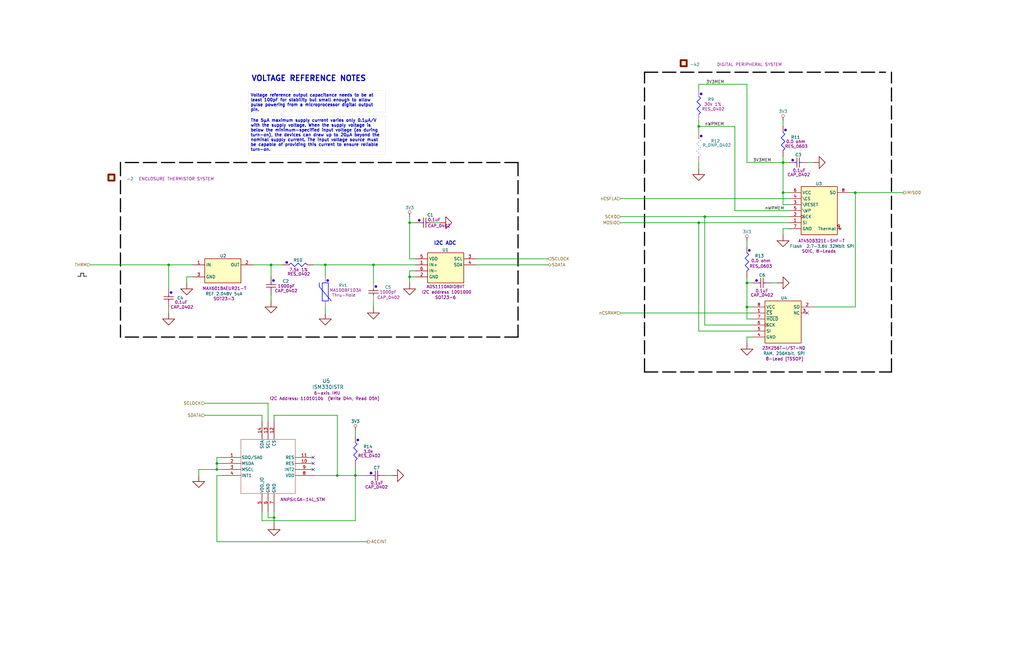
<source format=kicad_sch>
(kicad_sch (version 20231120) (generator "eeschema") (generator_version "8.0")
  (paper "B")
  (title_block (rev "-"))
  (lib_symbols
    (symbol "NNPS Symbols:ISM330ISTR" (pin_names (offset 0.254))
      (property "Reference" "U" (at 3.302 27.686 0))
      (property "Value" "ISM330ISTR" (at 3.048 24.384 0))
      (property "Footprint" "LGA-14L_STM" (at -18.542 -16.256 0))
      (property "Description" "6-axis IMU" (at -19.05 -13.716 0))
      (symbol "ISM330ISTR_0_1"
        (polyline (pts (xy -11.43 -11.43) (xy 11.43 -11.43)) (stroke (width 0.127)))
        (polyline (pts (xy -11.43 11.43) (xy -11.43 -11.43)) (stroke (width 0.127)))
        (polyline (pts (xy 11.43 -11.43) (xy 11.43 11.43)) (stroke (width 0.127)))
        (polyline (pts (xy 11.43 11.43) (xy -11.43 11.43)) (stroke (width 0.127)))
      )
      (symbol "ISM330ISTR_1_1"
        (pin passive line (at -19.05 3.81 0) (length 7.62) (name "SDO/SA0") (number "1"))
        (pin passive line (at 19.05 1.27 180) (length 7.62) (name "RES") (number "10"))
        (pin passive line (at 19.05 3.81 180) (length 7.62) (name "RES") (number "11"))
        (pin passive line (at 2.54 19.05 270) (length 7.62) (name "CS") (number "12"))
        (pin passive line (at 0 19.05 270) (length 7.62) (name "SCL") (number "13"))
        (pin passive line (at -2.54 19.05 270) (length 7.62) (name "SDA") (number "14"))
        (pin passive line (at -19.05 1.27 0) (length 7.62) (name "MSDA") (number "2"))
        (pin passive line (at -19.05 -1.27 0) (length 7.62) (name "MSCL") (number "3"))
        (pin passive line (at -19.05 -3.81 0) (length 7.62) (name "INT1") (number "4"))
        (pin passive line (at -2.54 -19.05 90) (length 7.62) (name "VDD_IO") (number "5"))
        (pin passive line (at 0 -19.05 90) (length 7.62) (name "GND") (number "6"))
        (pin passive line (at 2.54 -19.05 90) (length 7.62) (name "GND") (number "7"))
        (pin passive line (at 19.05 -3.81 180) (length 7.62) (name "VDD") (number "8"))
        (pin passive line (at 19.05 -1.27 180) (length 7.62) (name "INT2") (number "9"))
      )
    )
    (symbol "NNPS:3V3" (power)
      (property "Reference" "#PWR" (at 0 0 0))
      (property "Value" "3V3" (at 0 3.81 0))
      (symbol "3V3_0_0"
        (circle (center 0 -1.905) (radius 0.635) (stroke (width 0.127)))
        (polyline (pts (xy 0 0) (xy 0 -1.27)) (stroke (width 0.254)))
        (pin power_in line (at 0 0 0) (length 0) hide (name "3V3") (number ""))
      )
    )
    (symbol "NNPS:GND" (power)
      (property "Reference" "#PWR" (at 0 0 0))
      (property "Value" "GND" (at 0 6.35 0))
      (symbol "GND_0_0"
        (polyline (pts (xy 0 0) (xy 0 -2.54)) (stroke (width 0.254)))
        (polyline (pts (xy -2.54 -2.54) (xy 2.54 -2.54) (xy 0 -5.08) (xy -2.54 -2.54)) (stroke (width 0.254)))
        (pin power_in line (at 0 0 0) (length 0) hide (name "GND") (number ""))
      )
    )
    (symbol "NNPS:root_0_23K256T-I/ST"
      (symbol "root_0_23K256T-I/ST_1_0"
        (rectangle (start 15.24 0) (end 0 -17.78) (stroke (width 0.254)) (fill (type background)))
        (pin passive line (at -5.08 -5.08 0) (length 5.08) (name "~{CS}") (number "1"))
        (pin passive line (at 20.32 -2.54 180) (length 5.08) (name "SO") (number "2"))
        (pin passive line (at 17.78 -5.08 180) (length 2.54) (name "NC") (number "3"))
        (pin passive line (at -5.08 -15.24 0) (length 5.08) (name "GND") (number "4"))
        (pin passive line (at -5.08 -12.7 0) (length 5.08) (name "SI") (number "5"))
        (pin passive clock (at -5.08 -10.16 0) (length 5.08) (name "SCK") (number "6"))
        (pin passive line (at -5.08 -7.62 0) (length 5.08) (name "~{HOLD}") (number "7"))
        (pin passive line (at -5.08 -2.54 0) (length 5.08) (name "VCC") (number "8"))
      )
    )
    (symbol "NNPS:root_0_ADS1110A0IDBV"
      (symbol "root_0_ADS1110A0IDBV_1_0"
        (rectangle (start 15.24 0) (end 0 -12.7) (stroke (width 0.254)) (fill (type background)))
        (pin passive line (at -5.08 -5.08 0) (length 5.08) (name "IN+") (number "1"))
        (pin passive line (at -5.08 -10.16 0) (length 5.08) (name "GND") (number "2"))
        (pin passive line (at 20.32 -2.54 180) (length 5.08) (name "SCL") (number "3"))
        (pin passive line (at 20.32 -5.08 180) (length 5.08) (name "SDA") (number "4"))
        (pin passive line (at -5.08 -2.54 0) (length 5.08) (name "VDD") (number "5"))
        (pin passive line (at -5.08 -7.62 0) (length 5.08) (name "IN-") (number "6"))
      )
    )
    (symbol "NNPS:root_0_AT45DB321D-SU"
      (symbol "root_0_AT45DB321D-SU_1_0"
        (rectangle (start 15.24 0) (end 0 -20.32) (stroke (width 0.254)) (fill (type background)))
        (pin passive line (at -5.08 -15.24 0) (length 5.08) (name "SI") (number "1"))
        (pin passive clock (at -5.08 -12.7 0) (length 5.08) (name "SCK") (number "2"))
        (pin passive line (at -5.08 -7.62 0) (length 5.08) (name "\\RESET") (number "3"))
        (pin passive line (at -5.08 -5.08 0) (length 5.08) (name "\\CS") (number "4"))
        (pin passive line (at -5.08 -10.16 0) (length 5.08) (name "\\WP") (number "5"))
        (pin passive line (at -5.08 -2.54 0) (length 5.08) (name "VCC") (number "6"))
        (pin passive line (at -5.08 -17.78 0) (length 5.08) (name "GND") (number "7"))
        (pin passive line (at 20.32 -2.54 180) (length 5.08) (name "SO") (number "8"))
      )
      (symbol "root_0_AT45DB321D-SU_1_1"
        (pin no_connect line (at 16.51 -17.78 180) (length 1.27) (name "Thermal") (number "9"))
      )
    )
    (symbol "NNPS:root_0_BOM_S1"
      (symbol "root_0_BOM_S1_1_0"
        (rectangle (start 2.54 0) (end 0 -2.54) (stroke (width 0.762)) (fill (type background)))
      )
    )
    (symbol "NNPS:root_0_GRM155R71C104KA88D"
      (symbol "root_0_GRM155R71C104KA88D_1_0"
        (polyline (pts (xy 2.54 0) (xy 3.302 0)) (stroke (width 0.254) (color 0 0 255 1)))
        (polyline (pts (xy 3.302 -2.032) (xy 3.302 2.032)) (stroke (width 0.254)))
        (polyline (pts (xy 4.318 2.032) (xy 4.318 -2.032)) (stroke (width 0.254)))
        (polyline (pts (xy 5.08 0) (xy 4.318 0)) (stroke (width 0.254) (color 0 0 255 1)))
        (circle (center 1.524 1.016) (radius 0.508) (stroke (width 0.0001)) (fill (type color) (color 0 0 255 1)))
        (pin passive line (at 0 0 0) (length 2.54) (name "1") (number "1"))
        (pin passive line (at 7.62 0 180) (length 2.54) (name "2") (number "2"))
      )
    )
    (symbol "NNPS:root_0_MAX6018AEUR21-T"
      (symbol "root_0_MAX6018AEUR21-T_1_0"
        (rectangle (start 15.24 0) (end 0 -10.16) (stroke (width 0.254)) (fill (type background)))
        (pin passive line (at -5.08 -2.54 0) (length 5.08) (name "IN") (number "1"))
        (pin passive line (at 20.32 -2.54 180) (length 5.08) (name "OUT") (number "2"))
        (pin passive line (at -5.08 -7.62 0) (length 5.08) (name "GND") (number "3"))
      )
    )
    (symbol "NNPS:root_0_TNPW04027K50BEED"
      (symbol "root_0_TNPW04027K50BEED_1_0"
        (polyline (pts (xy 10.16 0) (xy 9.398 0.762) (xy 7.874 -0.762) (xy 6.35 0.762) (xy 4.826 -0.762) (xy 3.302 0.762) (xy 2.54 0)) (stroke (width 0.254) (color 0 0 255 1)))
        (circle (center 1.524 1.016) (radius 0.508) (stroke (width 0.0001)) (fill (type color) (color 0 0 255 1)))
        (pin passive line (at 0 0 0) (length 2.54) (name "1") (number "1"))
        (pin passive line (at 12.7 0 180) (length 2.54) (name "2") (number "2"))
      )
    )
    (symbol "NNPS:root_3_GRM1555C1H102JA01D"
      (symbol "root_3_GRM1555C1H102JA01D_1_0"
        (polyline (pts (xy -2.032 -3.302) (xy 2.032 -3.302)) (stroke (width 0.254)))
        (polyline (pts (xy 0 -5.08) (xy 0 -4.318)) (stroke (width 0.254) (color 0 0 255 1)))
        (polyline (pts (xy 0 -2.54) (xy 0 -3.302)) (stroke (width 0.254) (color 0 0 255 1)))
        (polyline (pts (xy 2.032 -4.318) (xy -2.032 -4.318)) (stroke (width 0.254)))
        (circle (center 1.016 -1.524) (radius 0.508) (stroke (width 0.0001)) (fill (type color) (color 0 0 255 1)))
        (pin passive line (at 0 0 270) (length 2.54) (name "1") (number "1"))
        (pin passive line (at 0 -7.62 90) (length 2.54) (name "2") (number "2"))
      )
    )
    (symbol "NNPS:root_3_GRM155R71C104KA88D"
      (symbol "root_3_GRM155R71C104KA88D_1_0"
        (polyline (pts (xy -2.032 -3.302) (xy 2.032 -3.302)) (stroke (width 0.254)))
        (polyline (pts (xy 0 -5.08) (xy 0 -4.318)) (stroke (width 0.254) (color 0 0 255 1)))
        (polyline (pts (xy 0 -2.54) (xy 0 -3.302)) (stroke (width 0.254) (color 0 0 255 1)))
        (polyline (pts (xy 2.032 -4.318) (xy -2.032 -4.318)) (stroke (width 0.254)))
        (circle (center 1.016 -1.524) (radius 0.508) (stroke (width 0.0001)) (fill (type color) (color 0 0 255 1)))
        (pin passive line (at 0 0 270) (length 2.54) (name "1") (number "1"))
        (pin passive line (at 0 -7.62 90) (length 2.54) (name "2") (number "2"))
      )
    )
    (symbol "NNPS:root_3_MCR01MZPF3002"
      (symbol "root_3_MCR01MZPF3002_1_0"
        (polyline (pts (xy 0 -10.16) (xy 0.762 -9.398) (xy -0.762 -7.874) (xy 0.762 -6.35) (xy -0.762 -4.826) (xy 0.762 -3.302) (xy 0 -2.54)) (stroke (width 0.254) (color 0 0 255 1)))
        (circle (center 1.016 -1.524) (radius 0.508) (stroke (width 0.0001)) (fill (type color) (color 0 0 255 1)))
        (pin passive line (at 0 0 270) (length 2.54) (name "1") (number "1"))
        (pin passive line (at 0 -12.7 90) (length 2.54) (name "2") (number "2"))
      )
    )
    (symbol "NNPS:root_3_MCR03ERTJ000"
      (symbol "root_3_MCR03ERTJ000_1_0"
        (polyline (pts (xy 0 -10.16) (xy 0.762 -9.398) (xy -0.762 -7.874) (xy 0.762 -6.35) (xy -0.762 -4.826) (xy 0.762 -3.302) (xy 0 -2.54)) (stroke (width 0.254) (color 0 0 255 1)))
        (circle (center 1.016 -1.524) (radius 0.508) (stroke (width 0.0001)) (fill (type color) (color 0 0 255 1)))
        (pin passive line (at 0 0 270) (length 2.54) (name "1") (number "1"))
        (pin passive line (at 0 -12.7 90) (length 2.54) (name "2") (number "2"))
      )
    )
    (symbol "NNPS:root_3_RT_10k_rad"
      (symbol "root_3_RT_10k_rad_1_0"
        (polyline (pts (xy -2.54 -4.064) (xy 2.54 -10.16)) (stroke (width 0.254) (color 0 0 255 1)))
        (polyline (pts (xy -2.54 -2.54) (xy -2.54 -4.064)) (stroke (width 0.254) (color 0 0 255 1)))
        (polyline (pts (xy -1.27 -10.16) (xy 1.27 -10.16)) (stroke (width 0.254) (color 0 0 255 1)))
        (polyline (pts (xy -1.27 -2.54) (xy -1.27 -10.16)) (stroke (width 0.254) (color 0 0 255 1)))
        (polyline (pts (xy -1.27 -2.54) (xy 1.27 -2.54)) (stroke (width 0.254) (color 0 0 255 1)))
        (polyline (pts (xy 1.27 -2.54) (xy 1.27 -10.16)) (stroke (width 0.254) (color 0 0 255 1)))
        (circle (center 1.016 -1.524) (radius 0.508) (stroke (width 0.0001)) (fill (type color) (color 0 0 255 1)))
        (pin passive line (at 0 0 270) (length 2.54) (name "1") (number "1"))
        (pin passive line (at 0 -12.7 90) (length 2.54) (name "2") (number "2"))
      )
    )
    (symbol "NNPS:root_3_R_DNP_0402"
      (symbol "root_3_R_DNP_0402_1_0"
        (polyline (pts (xy 0 -10.16) (xy 0.762 -9.398) (xy -0.762 -7.874) (xy 0.762 -6.35) (xy -0.762 -4.826) (xy 0.762 -3.302) (xy 0 -2.54)) (stroke (width 0.254) (type dot) (color 0 0 255 1)))
        (circle (center 1.016 -1.524) (radius 0.508) (stroke (width 0.0001)) (fill (type color) (color 0 0 255 1)))
        (pin passive line (at 0 0 270) (length 2.54) (name "1") (number "1"))
        (pin passive line (at 0 -12.7 90) (length 2.54) (name "2") (number "2"))
      )
    )
  )
  (junction (at 149.86 200.66))
  (junction (at 172.72 116.84))
  (junction (at 330.2 81.28))
  (junction (at 294.64 53.34))
  (junction (at 157.48 111.76))
  (junction (at 297.18 91.44))
  (junction (at 91.44 195.58))
  (junction (at 330.2 68.58))
  (junction (at 142.24 200.66))
  (junction (at 114.3 111.76))
  (junction (at 314.96 119.38))
  (junction (at 115.57 218.44))
  (junction (at 314.96 129.54))
  (junction (at 71.12 111.76))
  (junction (at 91.44 198.12))
  (junction (at 360.68 81.28))
  (junction (at 294.64 93.98))
  (junction (at 137.16 111.76))
  (junction (at 172.72 93.98))
  (no_connect (at 132.08 195.58))
  (no_connect (at 132.08 193.04))
  (no_connect (at 340.36 132.08))
  (no_connect (at 132.08 198.12))
  (wire (pts (xy 172.72 109.22) (xy 175.26 109.22)) (stroke (width 0.254)))
  (wire (pts (xy 182.88 93.98) (xy 185.42 93.98)) (stroke (width 0.254)))
  (wire (pts (xy 91.44 228.6) (xy 154.94 228.6)) (stroke (width 0.254)))
  (wire (pts (xy 294.64 35.56) (xy 314.96 35.56)) (stroke (width 0.254)))
  (wire (pts (xy 175.26 93.98) (xy 172.72 93.98)) (stroke (width 0.254)))
  (polyline (pts (xy 375.92 156.972) (xy 375.92 30.48)) (stroke (width 0.508) (type dash) (color 0 0 0 1)))
  (wire (pts (xy 172.72 93.98) (xy 172.72 109.22)) (stroke (width 0.254)))
  (wire (pts (xy 314.96 101.6) (xy 314.96 104.14)) (stroke (width 0.254)))
  (wire (pts (xy 172.72 91.44) (xy 172.72 93.98)) (stroke (width 0.254)))
  (polyline (pts (xy 271.78 30.48) (xy 373.38 30.48)) (stroke (width 0.508) (type dash) (color 0 0 0 1)))
  (wire (pts (xy 314.96 68.58) (xy 314.96 35.56)) (stroke (width 0.254)))
  (wire (pts (xy 309.88 53.34) (xy 309.88 88.9)) (stroke (width 0.254)))
  (wire (pts (xy 157.48 129.54) (xy 157.48 127)) (stroke (width 0.254)))
  (wire (pts (xy 314.96 144.78) (xy 314.96 142.24)) (stroke (width 0.254)))
  (wire (pts (xy 110.49 215.9) (xy 110.49 219.71)) (stroke (width 0.254)))
  (wire (pts (xy 137.16 132.08) (xy 137.16 129.54)) (stroke (width 0.254)))
  (wire (pts (xy 172.72 114.3) (xy 175.26 114.3)) (stroke (width 0.254)))
  (wire (pts (xy 360.68 81.28) (xy 381 81.28)) (stroke (width 0.254)))
  (wire (pts (xy 91.44 195.58) (xy 91.44 198.12)) (stroke (width 0.254)))
  (wire (pts (xy 83.82 198.12) (xy 83.82 200.66)) (stroke (width 0.254)))
  (wire (pts (xy 358.14 81.28) (xy 360.68 81.28)) (stroke (width 0.254)))
  (wire (pts (xy 149.86 200.66) (xy 149.86 219.71)) (stroke (width 0.254)))
  (wire (pts (xy 149.86 196.85) (xy 149.86 200.66)))
  (wire (pts (xy 330.2 68.58) (xy 330.2 81.28)) (stroke (width 0.254)))
  (wire (pts (xy 71.12 132.08) (xy 71.12 129.54)) (stroke (width 0.254)))
  (wire (pts (xy 332.74 93.98) (xy 294.64 93.98)) (stroke (width 0.254)))
  (wire (pts (xy 330.2 50.8) (xy 330.2 53.34)) (stroke (width 0.254)))
  (wire (pts (xy 113.03 215.9) (xy 113.03 218.44)) (stroke (width 0.254)))
  (wire (pts (xy 200.66 109.22) (xy 231.14 109.22)) (stroke (width 0.254)))
  (wire (pts (xy 332.74 68.58) (xy 330.2 68.58)) (stroke (width 0.254)))
  (wire (pts (xy 114.3 111.76) (xy 119.38 111.76)) (stroke (width 0.254)))
  (wire (pts (xy 317.5 137.16) (xy 297.18 137.16)) (stroke (width 0.254)))
  (wire (pts (xy 261.62 91.44) (xy 297.18 91.44)) (stroke (width 0.254)))
  (wire (pts (xy 154.94 200.66) (xy 149.86 200.66)) (stroke (width 0.254)))
  (wire (pts (xy 115.57 177.8) (xy 115.57 175.26)) (stroke (width 0.254)))
  (wire (pts (xy 314.96 119.38) (xy 314.96 116.84)) (stroke (width 0.254)))
  (wire (pts (xy 330.2 66.04) (xy 330.2 68.58)) (stroke (width 0.254)))
  (wire (pts (xy 93.98 198.12) (xy 91.44 198.12)) (stroke (width 0.254)))
  (wire (pts (xy 297.18 91.44) (xy 332.74 91.44)) (stroke (width 0.254)))
  (wire (pts (xy 162.56 200.66) (xy 165.1 200.66)) (stroke (width 0.254)))
  (wire (pts (xy 294.64 35.56) (xy 294.64 38.1)) (stroke (width 0.254)))
  (wire (pts (xy 314.96 119.38) (xy 314.96 129.54)) (stroke (width 0.254)))
  (wire (pts (xy 314.96 142.24) (xy 317.5 142.24)) (stroke (width 0.254)))
  (wire (pts (xy 261.62 93.98) (xy 294.64 93.98)) (stroke (width 0.254)))
  (polyline (pts (xy 218.44 68.58) (xy 50.8 68.58)) (stroke (width 0.508) (type dash) (color 0 0 0 1)))
  (wire (pts (xy 149.86 181.61) (xy 149.86 184.15)) (stroke (width 0.254)))
  (wire (pts (xy 137.16 111.76) (xy 157.48 111.76)) (stroke (width 0.254)))
  (wire (pts (xy 325.12 119.38) (xy 327.66 119.38)) (stroke (width 0.254)))
  (polyline (pts (xy 218.44 142.24) (xy 50.8 142.24)) (stroke (width 0.508) (type dash) (color 0 0 0 1)))
  (wire (pts (xy 330.2 68.58) (xy 314.96 68.58)) (stroke (width 0.254)))
  (wire (pts (xy 317.5 139.7) (xy 294.64 139.7)) (stroke (width 0.254)))
  (wire (pts (xy 71.12 111.76) (xy 81.28 111.76)) (stroke (width 0.254)))
  (wire (pts (xy 261.62 83.82) (xy 332.74 83.82)) (stroke (width 0.254)))
  (polyline (pts (xy 34.036 115.316) (xy 34.036 116.586)) (stroke (width 0.254) (type solid) (color 0 0 0 1)))
  (wire (pts (xy 317.5 119.38) (xy 314.96 119.38)) (stroke (width 0.254)))
  (wire (pts (xy 110.49 219.71) (xy 149.86 219.71)) (stroke (width 0.254)))
  (wire (pts (xy 38.1 111.76) (xy 71.12 111.76)) (stroke (width 0.254)))
  (wire (pts (xy 115.57 215.9) (xy 115.57 218.44)) (stroke (width 0.254)))
  (wire (pts (xy 93.98 193.04) (xy 91.44 193.04)) (stroke (width 0.254)))
  (wire (pts (xy 106.68 111.76) (xy 114.3 111.76)) (stroke (width 0.254)))
  (polyline (pts (xy 271.78 156.972) (xy 375.92 156.972)) (stroke (width 0.508) (type dash) (color 0 0 0 1)))
  (wire (pts (xy 294.64 53.34) (xy 309.88 53.34)) (stroke (width 0.254)))
  (wire (pts (xy 317.5 134.62) (xy 314.96 134.62)) (stroke (width 0.254)))
  (wire (pts (xy 115.57 218.44) (xy 115.57 220.98)) (stroke (width 0.254)))
  (wire (pts (xy 172.72 116.84) (xy 172.72 114.3)) (stroke (width 0.254)))
  (wire (pts (xy 142.24 175.26) (xy 142.24 200.66)) (stroke (width 0.254)))
  (wire (pts (xy 330.2 81.28) (xy 330.2 86.36)) (stroke (width 0.254)))
  (wire (pts (xy 314.96 129.54) (xy 317.5 129.54)) (stroke (width 0.254)))
  (wire (pts (xy 200.66 111.76) (xy 231.14 111.76)) (stroke (width 0.254)))
  (polyline (pts (xy 271.78 156.972) (xy 271.78 30.48)) (stroke (width 0.508) (type dash) (color 0 0 0 1)))
  (wire (pts (xy 330.2 99.06) (xy 330.2 96.52)) (stroke (width 0.254)))
  (polyline (pts (xy 218.44 68.58) (xy 218.44 142.24)) (stroke (width 0.508) (type dash) (color 0 0 0 1)))
  (wire (pts (xy 309.88 88.9) (xy 332.74 88.9)) (stroke (width 0.254)))
  (wire (pts (xy 71.12 121.92) (xy 71.12 111.76)) (stroke (width 0.254)))
  (wire (pts (xy 91.44 200.66) (xy 93.98 200.66)) (stroke (width 0.254)))
  (wire (pts (xy 91.44 228.6) (xy 91.44 200.66)) (stroke (width 0.254)))
  (wire (pts (xy 172.72 119.38) (xy 172.72 116.84)) (stroke (width 0.254)))
  (wire (pts (xy 157.48 119.38) (xy 157.48 111.76)) (stroke (width 0.254)))
  (wire (pts (xy 115.57 175.26) (xy 142.24 175.26)) (stroke (width 0.254)))
  (wire (pts (xy 261.62 132.08) (xy 317.5 132.08)) (stroke (width 0.254)))
  (wire (pts (xy 91.44 198.12) (xy 83.82 198.12)) (stroke (width 0.254)))
  (wire (pts (xy 86.36 170.18) (xy 113.03 170.18)) (stroke (width 0.254)))
  (wire (pts (xy 91.44 193.04) (xy 91.44 195.58)) (stroke (width 0.254)))
  (polyline (pts (xy 34.036 116.586) (xy 32.766 116.586)) (stroke (width 0.254) (type solid) (color 0 0 0 1)))
  (wire (pts (xy 114.3 111.76) (xy 114.3 116.84)) (stroke (width 0.254)))
  (wire (pts (xy 137.16 111.76) (xy 137.16 116.84)) (stroke (width 0.254)))
  (wire (pts (xy 330.2 86.36) (xy 332.74 86.36)) (stroke (width 0.254)))
  (wire (pts (xy 172.72 116.84) (xy 175.26 116.84)) (stroke (width 0.254)))
  (wire (pts (xy 149.86 196.85) (xy 149.86 200.66)) (stroke (width 0.254)))
  (wire (pts (xy 113.03 218.44) (xy 115.57 218.44)) (stroke (width 0.254)))
  (wire (pts (xy 110.49 175.26) (xy 110.49 177.8)) (stroke (width 0.254)))
  (polyline (pts (xy 50.8 68.58) (xy 50.8 142.24)) (stroke (width 0.508) (type dash) (color 0 0 0 1)))
  (wire (pts (xy 294.64 53.34) (xy 294.64 55.88)) (stroke (width 0.254)))
  (polyline (pts (xy 35.306 115.316) (xy 35.306 116.586)) (stroke (width 0.254) (type solid) (color 0 0 0 1)))
  (wire (pts (xy 142.24 200.66) (xy 149.86 200.66)) (stroke (width 0.254)))
  (wire (pts (xy 314.96 134.62) (xy 314.96 129.54)) (stroke (width 0.254)))
  (wire (pts (xy 114.3 127) (xy 114.3 124.46)) (stroke (width 0.254)))
  (wire (pts (xy 93.98 195.58) (xy 91.44 195.58)) (stroke (width 0.254)))
  (polyline (pts (xy 35.306 115.316) (xy 34.036 115.316)) (stroke (width 0.254) (type solid) (color 0 0 0 1)))
  (polyline (pts (xy 36.576 116.586) (xy 35.306 116.586)) (stroke (width 0.254) (type solid) (color 0 0 0 1)))
  (wire (pts (xy 86.36 175.26) (xy 110.49 175.26)) (stroke (width 0.254)))
  (wire (pts (xy 294.64 50.8) (xy 294.64 53.34)) (stroke (width 0.254)))
  (wire (pts (xy 360.68 129.54) (xy 360.68 81.28)) (stroke (width 0.254)))
  (wire (pts (xy 113.03 170.18) (xy 113.03 177.8)) (stroke (width 0.254)))
  (wire (pts (xy 78.74 119.38) (xy 78.74 116.84)) (stroke (width 0.254)))
  (wire (pts (xy 78.74 116.84) (xy 81.28 116.84)) (stroke (width 0.254)))
  (wire (pts (xy 297.18 137.16) (xy 297.18 91.44)) (stroke (width 0.254)))
  (wire (pts (xy 330.2 96.52) (xy 332.74 96.52)) (stroke (width 0.254)))
  (wire (pts (xy 294.64 139.7) (xy 294.64 93.98)) (stroke (width 0.254)))
  (wire (pts (xy 340.36 68.58) (xy 342.9 68.58)) (stroke (width 0.254)))
  (wire (pts (xy 132.08 200.66) (xy 142.24 200.66)) (stroke (width 0.254)))
  (wire (pts (xy 294.64 71.12) (xy 294.64 68.58)) (stroke (width 0.254)))
  (wire (pts (xy 157.48 111.76) (xy 175.26 111.76)) (stroke (width 0.254)))
  (wire (pts (xy 132.08 111.76) (xy 137.16 111.76)) (stroke (width 0.254)))
  (wire (pts (xy 332.74 81.28) (xy 330.2 81.28)) (stroke (width 0.254)))
  (wire (pts (xy 342.9 129.54) (xy 360.68 129.54)) (stroke (width 0.254)))
  (text_box "Voltage reference output capacitance needs to be at least 100pF for stability but small enough to allow pulse powering from a microprocessor digital output pin.\n" (at 104.648 38.354 0) (size 57.912 8.89) (stroke (width 0) (color 224 224 224 1)) (fill (type color) (color 255 255 255 1)) (effects (font (size 1.27 1.27) (bold yes)) (justify left top)))
  (text_box "The 5μA maximum supply current varies only 0.1μA/V with the supply voltage. When the supply voltage is below the minimum-specified input voltage (as during turn-on), the devices can draw up to 20μA beyond the nominal supply current. The input voltage source must be capable of providing this current to ensure reliable turn-on.\n" (at 104.648 49.022 0) (size 57.912 16.002) (stroke (width 0) (color 224 224 224 1)) (fill (type color) (color 255 255 255 1)) (effects (font (size 1.27 1.27) (bold yes)) (justify left top)))
  (text "I2C ADC" (at 187.706 103.632 0) (effects (font (size 1.524 1.524) (bold yes)) (justify bottom)))
  (text "VOLTAGE REFERENCE NOTES" (at 105.918 34.544 0) (effects (font (size 2.286 2.286) (bold yes)) (justify left bottom)))
  (label "nWPMEM" (at 297.18 53.34 0))
  (label "nWPMEM" (at 322.58 88.9 0))
  (label "3V3MEM" (at 317.5 68.58 0))
  (label "3V3MEM" (at 297.688 35.56 0))
  (hierarchical_label "MOSI0" (shape input) (at 261.62 93.98 180))
  (hierarchical_label "THRM" (shape input) (at 38.1 111.76 180))
  (hierarchical_label "SCLOCK" (shape input) (at 86.36 170.18 180))
  (hierarchical_label "SDATA" (shape input) (at 86.36 175.26 180))
  (hierarchical_label "MISO0" (shape output) (at 381 81.28 0))
  (hierarchical_label "SCLOCK" (shape input) (at 231.14 109.22 0))
  (hierarchical_label "nCSFLA" (shape input) (at 261.62 83.82 180))
  (hierarchical_label "SCK0" (shape input) (at 261.62 91.44 180))
  (hierarchical_label "SDATA" (shape bidirectional) (at 231.14 111.76 0))
  (hierarchical_label "ACCINT" (shape output) (at 154.94 228.6 0))
  (hierarchical_label "nCSRAM" (shape input) (at 261.62 132.08 180))
  (symbol (lib_id "NNPS:root_0_TNPW04027K50BEED") (at 119.38 111.76 0) (unit 1)
    (property "Reference" "R10" (at 123.698 110.49 0) (effects (justify left bottom)))
    (property "Value" "7.5k ohm, 1%, 1/16W, 0402, RoHS" (effects (hide yes)))
    (property "Footprint" "NNPS:RES_0402" (effects (hide yes)))
    (property "MFR" "Vishay Dale" (effects (hide yes)))
    (property "PACKAGEDESCRIPTION" "RES_0402" (at 121.158 116.332 0) (effects (justify left bottom)))
    (property "SUPPLIER 1" "Digi-Key" (effects (hide yes)))
    (property "SUPPLIER PART NUMBER 1" "TNP7.50KDADKR-ND" (effects (hide yes)))
    (property "ALTIUM_VALUE" "7.5k 1%" (at 121.92 114.554 0) (effects (justify left bottom)))
    (property "MPN" "TNPW04027K50BEED" (effects (hide yes)))
    (property "SBI" "53-0049-22" (effects (hide yes)))
  )
  (symbol (lib_id "NNPS:root_0_GRM155R71C104KA88D") (at 317.5 119.38 0) (unit 1)
    (property "Reference" "C6" (at 320.04 116.84 0) (effects (justify left bottom)))
    (property "Value" "C_100n_X7R_16_0402_10%" (effects (hide yes)))
    (property "Footprint" "NNPS:CAP_0402" (effects (hide yes)))
    (property "MFR" "Murata" (effects (hide yes)))
    (property "PACKAGEDESCRIPTION" "CAP_0402" (at 316.484 125.222 0) (effects (justify left bottom)))
    (property "SUPPLIER 1" "Digi-Key" (effects (hide yes)))
    (property "SUPPLIER PART NUMBER 1" "490-3261-2-ND" (effects (hide yes)))
    (property "ALTIUM_VALUE" "0.1uF" (at 318.516 123.444 0) (effects (justify left bottom)))
    (property "MPN" "GRM155R71C104KA88D" (effects (hide yes)))
    (property "SBI" "53-0040-1" (effects (hide yes)))
  )
  (symbol (lib_id "NNPS:GND") (at 78.74 119.38 0) (unit 1)
    (property "Reference" "#PWR?" (effects (hide yes)))
    (property "Value" "GND" (effects (hide yes)))
  )
  (symbol (lib_id "NNPS:root_0_MAX6018AEUR21-T") (at 86.36 109.22 0) (unit 1)
    (property "Reference" "U2" (at 92.71 108.712 0) (effects (justify left bottom)))
    (property "Value" "REF 2.048V 5uA" (at 86.614 124.714 0) (effects (justify left bottom)))
    (property "Footprint" "NNPS:SOT23-3" (effects (hide yes)))
    (property "PACKAGEDESCRIPTION" "SOT23-3" (at 89.916 126.746 0) (effects (justify left bottom)))
    (property "CLASSNAME" "THMREF" (effects (hide yes)))
    (property "MFR" "Maxim Integrated" (effects (hide yes)))
    (property "SUPPLIER 1" "Digi-Key" (effects (hide yes)))
    (property "SUPPLIER PART NUMBER 1" "MAX6018AEUR21+TDKR-ND" (effects (hide yes)))
    (property "MPN" "MAX6018AEUR21-T" (at 85.344 122.428 0) (effects (justify left bottom)))
    (property "SUPPLIER 2" "Digi-Key" (effects (hide yes)))
    (property "SUPPLIER PART NUMBER 2" "MAX6018AEUR18+TTR-ND" (effects (hide yes)))
    (property "SBI" "54-0087" (effects (hide yes)))
    (property "DESIGN ITEM ID" "*" (effects (hide yes)))
  )
  (symbol (lib_id "NNPS:GND") (at 294.64 71.12 0) (unit 1)
    (property "Reference" "#PWR?" (effects (hide yes)))
    (property "Value" "GND" (effects (hide yes)))
  )
  (symbol (lib_id "NNPS:GND") (at 330.2 99.06 0) (unit 1)
    (property "Reference" "#PWR?" (effects (hide yes)))
    (property "Value" "GND" (effects (hide yes)))
  )
  (symbol (lib_id "NNPS:GND") (at 157.48 129.54 0) (unit 1)
    (property "Reference" "#PWR?" (effects (hide yes)))
    (property "Value" "GND" (effects (hide yes)))
  )
  (symbol (lib_id "NNPS:root_3_MCR01MZPF3002") (at 294.64 38.1 0) (unit 1)
    (property "Reference" "R9" (at 298.45 42.672 0) (effects (justify left bottom)))
    (property "Value" "R_30k_0402" (effects (hide yes)))
    (property "Footprint" "NNPS:RES_0402" (effects (hide yes)))
    (property "MFR" "Vishay Dale" (effects (hide yes)))
    (property "PACKAGEDESCRIPTION" "RES_0402" (at 295.91 46.736 0) (effects (justify left bottom)))
    (property "SUPPLIER 1" "Digi-Key" (effects (hide yes)))
    (property "SUPPLIER PART NUMBER 1" "541-30.0KLDKR-ND" (effects (hide yes)))
    (property "ALTIUM_VALUE" "30k 1%" (at 296.926 44.704 0) (effects (justify left bottom)))
    (property "MPN" "CRCW040230K0FKED" (effects (hide yes)))
    (property "SBI" "53-0049-21" (effects (hide yes)))
  )
  (symbol (lib_id "NNPS:3V3") (at 149.86 181.61 180) (unit 1)
    (property "Reference" "#PWR?" (effects (hide yes)))
    (property "Value" "3V3" (at 149.86 177.8 0))
  )
  (symbol (lib_id "NNPS:root_3_RT_10k_rad") (at 137.16 116.84 0) (unit 1)
    (property "Reference" "RV1" (at 142.748 121.158 0) (effects (justify left bottom)))
    (property "Value" "Thermistor 10k radial NTC" (effects (hide yes)))
    (property "Footprint" "NNPS:NTC" (effects (hide yes)))
    (property "MFR" "Amphenol Advanced Sensors" (effects (hide yes)))
    (property "PACKAGEDESCRIPTION" "Thru-Hole" (at 139.954 125.222 0) (effects (justify left bottom)))
    (property "SUPPLIER 1" "MOUSER" (effects (hide yes)))
    (property "SUPPLIER PART NUMBER 1" "527-MA100BF103A" (effects (hide yes)))
    (property "ALTIUM_VALUE" "10k" (effects (hide yes)))
    (property "MPN" "MA100BF103A" (at 138.938 123.19 0) (effects (justify left bottom)))
    (property "SBI" "53-0091" (effects (hide yes)))
  )
  (symbol (lib_id "NNPS:GND") (at 327.66 119.38 90) (unit 1)
    (property "Reference" "#PWR?" (effects (hide yes)))
    (property "Value" "GND" (effects (hide yes)))
  )
  (symbol (lib_id "NNPS:GND") (at 165.1 200.66 90) (unit 1)
    (property "Reference" "#PWR?" (effects (hide yes)))
    (property "Value" "GND" (effects (hide yes)))
  )
  (symbol (lib_id "NNPS:root_3_GRM155R71C104KA88D") (at 71.12 121.92 0) (unit 1)
    (property "Reference" "C4" (at 74.676 126.492 0) (effects (justify left bottom)))
    (property "Value" "C_100n_X7R_16_0402_10%" (effects (hide yes)))
    (property "Footprint" "NNPS:CAP_0402" (effects (hide yes)))
    (property "MFR" "Murata" (effects (hide yes)))
    (property "PACKAGEDESCRIPTION" "CAP_0402" (at 71.882 130.302 0) (effects (justify left bottom)))
    (property "SUPPLIER 1" "Digi-Key" (effects (hide yes)))
    (property "SUPPLIER PART NUMBER 1" "490-3261-2-ND" (effects (hide yes)))
    (property "ALTIUM_VALUE" "0.1uF" (at 73.66 128.27 0) (effects (justify left bottom)))
    (property "MPN" "GRM155R71C104KA88D" (effects (hide yes)))
    (property "SBI" "53-0040-1" (effects (hide yes)))
  )
  (symbol (lib_id "NNPS:root_3_MCR03ERTJ000") (at 330.2 53.34 0) (unit 1)
    (property "Reference" "R11" (at 333.502 58.674 0) (effects (justify left bottom)))
    (property "Value" "R_0_0603" (effects (hide yes)))
    (property "Footprint" "NNPS:RES_0603" (effects (hide yes)))
    (property "MFR" "Vishay Dale" (effects (hide yes)))
    (property "PACKAGEDESCRIPTION" "RES_0603" (at 330.962 62.484 0) (effects (justify left bottom)))
    (property "SUPPLIER 1" "Digi-Key" (effects (hide yes)))
    (property "SUPPLIER PART NUMBER 1" "541-1.00KLDKR-ND" (effects (hide yes)))
    (property "ALTIUM_VALUE" "0.0 ohm" (at 331.47 60.452 0) (effects (justify left bottom)))
    (property "MPN" "CRCW06030000Z0EA" (effects (hide yes)))
    (property "SBI" "53-0075" (effects (hide yes)))
  )
  (symbol (lib_id "NNPS:GND") (at 114.3 127 0) (unit 1)
    (property "Reference" "#PWR?" (effects (hide yes)))
    (property "Value" "GND" (effects (hide yes)))
  )
  (symbol (lib_id "NNPS:root_0_23K256T-I/ST") (at 322.58 127 0) (unit 1)
    (property "Reference" "U4" (at 329.184 126.492 0) (effects (justify left bottom)))
    (property "Value" "RAM, 256Kbit, SPI" (at 321.818 149.86 0) (effects (justify left bottom)))
    (property "Footprint" "NNPS:TSSOP-8L" (effects (hide yes)))
    (property "PACKAGEDESCRIPTION" "8-Lead [TSSOP]" (at 322.834 152.146 0) (effects (justify left bottom)))
    (property "SUPPLIER 1" "Digi-Key" (effects (hide yes)))
    (property "SUPPLIER PART NUMBER 1" "23K256T-I/STDKR-ND" (effects (hide yes)))
    (property "COMPONENTLINK1URL" "http://ww1.microchip.com/downloads/en/DeviceDoc/22100D.pdf" (effects (hide yes)))
    (property "MFR" "MicroChip Technology" (effects (hide yes)))
    (property "ALTIUM_VALUE" "256Kbit" (effects (hide yes)))
    (property "MPN" "23K256T-I/ST-ND" (at 321.31 147.574 0) (effects (justify left bottom)))
    (property "SUPPLIER 2" "Newark" (effects (hide yes)))
    (property "SUPPLIER PART NUMBER 2" "08P0024" (effects (hide yes)))
    (property "ALTIUM_UNNAMED_1" "54-0089" (effects (hide yes)))
  )
  (symbol (lib_id "NNPS:GND") (at 314.96 144.78 0) (unit 1)
    (property "Reference" "#PWR?" (effects (hide yes)))
    (property "Value" "GND" (effects (hide yes)))
  )
  (symbol (lib_id "NNPS:3V3") (at 172.72 91.44 180) (unit 1)
    (property "Reference" "#PWR?" (effects (hide yes)))
    (property "Value" "3V3" (at 172.72 87.63 0))
  )
  (symbol (lib_id "NNPS:root_3_GRM1555C1H102JA01D") (at 114.3 116.84 0) (unit 1)
    (property "Reference" "C2" (at 119.126 119.38 0) (effects (justify left bottom)))
    (property "Value" "C_1n_C0G_50_0402_5%" (effects (hide yes)))
    (property "Footprint" "NNPS:CAP_0402" (effects (hide yes)))
    (property "CLASSNAME" "THMREF" (effects (hide yes)))
    (property "MFR" "Murata" (effects (hide yes)))
    (property "PACKAGEDESCRIPTION" "CAP_0402" (at 115.824 123.444 0) (effects (justify left bottom)))
    (property "SUPPLIER 1" "Digi-Key" (effects (hide yes)))
    (property "SUPPLIER PART NUMBER 1" "490-3244-1-ND" (effects (hide yes)))
    (property "ALTIUM_VALUE" "1000pF" (at 117.094 121.412 0) (effects (justify left bottom)))
    (property "MPN" "GRM1555C1H102JA01D" (effects (hide yes)))
    (property "SBI" "53-0041-2" (effects (hide yes)))
  )
  (symbol (lib_id "NNPS:root_3_MCR03ERTJ000") (at 149.86 184.15 0) (unit 1)
    (property "Reference" "R14" (at 153.162 189.23 0) (effects (justify left bottom)))
    (property "Value" "3.0k" (effects (hide yes)))
    (property "Footprint" "NNPS:RES_0603" (effects (hide yes)))
    (property "MFR" "Vishay Dale" (effects (hide yes)))
    (property "PACKAGEDESCRIPTION" "RES_0402" (at 150.876 193.04 0) (effects (justify left bottom)))
    (property "SUPPLIER 1" "Digi-Key" (effects (hide yes)))
    (property "SUPPLIER PART NUMBER 1" "541-CRCW04023K00FKEDHPCT-ND" (effects (hide yes)))
    (property "ALTIUM_VALUE" "3.0k" (at 153.162 191.262 0) (effects (justify left bottom)))
    (property "MPN" "CRCW04023K00FKEDHP" (effects (hide yes)))
  )
  (symbol (lib_id "NNPS:root_0_BOM_S1") (at 287.02 25.4 0) (unit 1) (exclude_from_sim yes) (in_bom no) (on_board no)
    (property "Reference" "-42" (at 290.83 27.94 0) (effects (justify left bottom)))
    (property "Value" "BOM_S1" (effects (hide yes)))
    (property "XDESCRIPTION" "DIGITAL PERIPHERAL SYSTEM" (at 302.26 27.94 0) (effects (justify left bottom)))
  )
  (symbol (lib_id "NNPS:GND") (at 137.16 132.08 0) (unit 1)
    (property "Reference" "#PWR?" (effects (hide yes)))
    (property "Value" "GND" (effects (hide yes)))
  )
  (symbol (lib_id "NNPS Symbols:ISM330ISTR") (at 113.03 196.85 0) (unit 1)
    (property "Reference" "U5" (at 135.89 160.782 0) (effects (font (size 1.524 1.524)) (justify left)))
    (property "Value" "ISM330ISTR" (at 131.572 163.322 0) (effects (font (size 1.524 1.524)) (justify left)))
    (property "Footprint" "NNPS:LGA-14L_STM" (at 127.508 210.82 0) (effects (font (italic yes))))
    (property "Description" "6-axis IMU" (at 137.922 165.862 0))
    (property "Note" "I2C Address: 1101010b  (Write D4h, Read D5h)" (at 136.906 168.148 0))
  )
  (symbol (lib_id "NNPS:GND") (at 172.72 119.38 0) (unit 1)
    (property "Reference" "#PWR?" (effects (hide yes)))
    (property "Value" "GND" (effects (hide yes)))
  )
  (symbol (lib_id "NNPS:3V3") (at 314.96 101.6 180) (unit 1)
    (property "Reference" "#PWR?" (effects (hide yes)))
    (property "Value" "3V3" (at 314.96 97.79 0))
  )
  (symbol (lib_id "NNPS:root_3_GRM1555C1H102JA01D") (at 157.48 119.38 0) (unit 1)
    (property "Reference" "C5" (at 162.306 121.92 0) (effects (justify left bottom)))
    (property "Value" "C_1n_C0G_50_0402_5%" (effects (hide yes)))
    (property "Footprint" "NNPS:CAP_0402" (effects (hide yes)))
    (property "CLASSNAME" "THMREF" (effects (hide yes)))
    (property "MFR" "Murata" (effects (hide yes)))
    (property "PACKAGEDESCRIPTION" "CAP_0402" (at 159.004 126.238 0) (effects (justify left bottom)))
    (property "SUPPLIER 1" "Digi-Key" (effects (hide yes)))
    (property "SUPPLIER PART NUMBER 1" "490-3244-1-ND" (effects (hide yes)))
    (property "ALTIUM_VALUE" "1000pF" (at 160.02 123.952 0) (effects (justify left bottom)))
    (property "MPN" "GRM1555C1H102JA01D" (effects (hide yes)))
    (property "SBI" "53-0041-2" (effects (hide yes)))
  )
  (symbol (lib_id "NNPS:root_0_GRM155R71C104KA88D") (at 154.94 200.66 0) (unit 1)
    (property "Reference" "C7" (at 157.48 198.12 0) (effects (justify left bottom)))
    (property "Value" "C_100n_X7R_16_0402_10%" (effects (hide yes)))
    (property "Footprint" "NNPS:CAP_0402" (effects (hide yes)))
    (property "MFR" "Murata" (effects (hide yes)))
    (property "PACKAGEDESCRIPTION" "CAP_0402" (at 153.924 206.248 0) (effects (justify left bottom)))
    (property "SUPPLIER 1" "Digi-Key" (effects (hide yes)))
    (property "SUPPLIER PART NUMBER 1" "490-3261-2-ND" (effects (hide yes)))
    (property "ALTIUM_VALUE" "0.1uF" (at 156.21 204.47 0) (effects (justify left bottom)))
    (property "MPN" "GRM155R71C104KA88D" (effects (hide yes)))
    (property "SBI" "53-0040-1" (effects (hide yes)))
  )
  (symbol (lib_id "NNPS:GND") (at 71.12 132.08 0) (unit 1)
    (property "Reference" "#PWR?" (effects (hide yes)))
    (property "Value" "GND" (effects (hide yes)))
  )
  (symbol (lib_id "NNPS:root_0_ADS1110A0IDBV") (at 180.34 106.68 0) (unit 1)
    (property "Reference" "U1" (at 186.436 106.172 0) (effects (justify left bottom)))
    (property "Value" "ADC 16bit I2C" (effects (hide yes)))
    (property "Footprint" "NNPS:SOT23-6" (effects (hide yes)))
    (property "MFR" "Texas Instruments" (effects (hide yes)))
    (property "SUPPLIER 1" "Digi-Key" (effects (hide yes)))
    (property "SUPPLIER PART NUMBER 1" "296-14461-1-ND" (effects (hide yes)))
    (property "NOTE" "I2C address 1001000" (at 177.8 123.952 0) (effects (justify left bottom)))
    (property "PACKAGEDESCRIPTION" "SOT23-6" (at 183.388 126.238 0) (effects (justify left bottom)))
    (property "ALTIUM_VALUE" "*" (effects (hide yes)))
    (property "MPN" "ADS1110A0IDBVT" (at 179.832 121.666 0) (effects (justify left bottom)))
    (property "SBI" "54-0086" (effects (hide yes)))
  )
  (symbol (lib_id "NNPS:GND") (at 185.42 93.98 90) (unit 1)
    (property "Reference" "#PWR?" (effects (hide yes)))
    (property "Value" "GND" (effects (hide yes)))
  )
  (symbol (lib_id "NNPS:root_3_MCR03ERTJ000") (at 314.96 104.14 0) (unit 1)
    (property "Reference" "R13" (at 318.262 108.712 0) (effects (justify left bottom)))
    (property "Value" "R_0_0603" (effects (hide yes)))
    (property "Footprint" "NNPS:RES_0603" (effects (hide yes)))
    (property "MFR" "Vishay Dale" (effects (hide yes)))
    (property "PACKAGEDESCRIPTION" "RES_0603" (at 315.976 113.03 0) (effects (justify left bottom)))
    (property "SUPPLIER 1" "Digi-Key" (effects (hide yes)))
    (property "SUPPLIER PART NUMBER 1" "541-1.00KLDKR-ND" (effects (hide yes)))
    (property "ALTIUM_VALUE" "0.0 ohm" (at 316.738 110.744 0) (effects (justify left bottom)))
    (property "MPN" "CRCW06030000Z0EA" (effects (hide yes)))
    (property "SBI" "53-0075" (effects (hide yes)))
  )
  (symbol (lib_id "NNPS:root_3_R_DNP_0402") (at 294.64 55.88 0) (unit 1)
    (property "Reference" "R12" (at 299.72 60.198 0) (effects (justify left bottom)))
    (property "Value" "R_DNP_0402" (at 296.164 61.976 0) (effects (justify left bottom)))
    (property "Footprint" "NNPS:RES_0402" (effects (hide yes)))
    (property "MFR" "DO NOT POPULATE" (effects (hide yes)))
    (property "MPN" "DO NOT POPULATE" (effects (hide yes)))
    (property "PACKAGEDESCRIPTION" "CAP_0402" (effects (hide yes)))
  )
  (symbol (lib_id "NNPS:GND") (at 83.82 200.66 0) (unit 1)
    (property "Reference" "#PWR015" (effects (hide yes)))
    (property "Value" "GND" (effects (hide yes)))
  )
  (symbol (lib_id "NNPS:GND") (at 115.57 220.98 0) (unit 1)
    (property "Reference" "#PWR?" (effects (hide yes)))
    (property "Value" "GND" (effects (hide yes)))
  )
  (symbol (lib_id "NNPS:root_0_GRM155R71C104KA88D") (at 332.74 68.58 0) (unit 1)
    (property "Reference" "C3" (at 335.28 66.04 0) (effects (justify left bottom)))
    (property "Value" "C_100n_X7R_16_0402_10%" (effects (hide yes)))
    (property "Footprint" "NNPS:CAP_0402" (effects (hide yes)))
    (property "MFR" "Murata" (effects (hide yes)))
    (property "PACKAGEDESCRIPTION" "CAP_0402" (at 331.978 74.422 0) (effects (justify left bottom)))
    (property "SUPPLIER 1" "Digi-Key" (effects (hide yes)))
    (property "SUPPLIER PART NUMBER 1" "490-3261-2-ND" (effects (hide yes)))
    (property "ALTIUM_VALUE" "0.1uF" (at 334.264 72.644 0) (effects (justify left bottom)))
    (property "MPN" "GRM155R71C104KA88D" (effects (hide yes)))
    (property "SBI" "53-0040-1" (effects (hide yes)))
  )
  (symbol (lib_id "NNPS:root_0_GRM155R71C104KA88D") (at 175.26 93.98 0) (unit 1)
    (property "Reference" "C1" (at 180.086 91.44 0) (effects (justify left bottom)))
    (property "Value" "C_100n_X7R_16_0402_10%" (effects (hide yes)))
    (property "Footprint" "NNPS:CAP_0402" (effects (hide yes)))
    (property "MFR" "Murata" (effects (hide yes)))
    (property "PACKAGEDESCRIPTION" "CAP_0402" (at 180.34 96.012 0) (effects (justify left bottom)))
    (property "SUPPLIER 1" "Digi-Key" (effects (hide yes)))
    (property "SUPPLIER PART NUMBER 1" "490-3261-2-ND" (effects (hide yes)))
    (property "ALTIUM_VALUE" "0.1uF" (at 180.34 93.472 0) (effects (justify left bottom)))
    (property "MPN" "GRM155R71C104KA88D" (effects (hide yes)))
    (property "SBI" "53-0040-1" (effects (hide yes)))
  )
  (symbol (lib_id "NNPS:root_0_BOM_S1") (at 45.72 73.66 0) (unit 1) (exclude_from_sim yes) (in_bom no) (on_board no)
    (property "Reference" "-2" (at 53.34 76.2 0) (effects (justify left bottom)))
    (property "Value" "BOM_S1" (effects (hide yes)))
    (property "XDESCRIPTION" "ENCLOSURE THERMISTOR SYSTEM" (at 58.42 76.2 0) (effects (justify left bottom)))
  )
  (symbol (lib_id "NNPS:GND") (at 342.9 68.58 90) (unit 1)
    (property "Reference" "#PWR?" (effects (hide yes)))
    (property "Value" "GND" (effects (hide yes)))
  )
  (symbol (lib_id "NNPS:3V3") (at 330.2 50.8 180) (unit 1)
    (property "Reference" "#PWR?" (effects (hide yes)))
    (property "Value" "3V3" (at 330.2 46.99 0))
  )
  (symbol (lib_id "NNPS:root_0_AT45DB321D-SU") (at 337.82 78.74 0) (unit 1)
    (property "Reference" "U3" (at 343.916 78.232 0) (effects (justify left bottom)))
    (property "Value" "Flash  2.7-3.6V 32Mbit SPI" (at 332.994 104.648 0) (effects (justify left bottom)))
    (property "Footprint" "NNPS:DFN8" (effects (hide yes)))
    (property "Description" "Flash, 32Mbit, SPI, SO8" (effects (hide yes)))
    (property "SUPPLIER 1" "Digi-Key" (effects (hide yes)))
    (property "SUPPLIER PART NUMBER 1" "1265-1097-6-ND" (effects (hide yes)))
    (property "MFR" "Adesto Technologies" (effects (hide yes)))
    (property "PACKAGEDESCRIPTION" "SOIC, 8-Leads" (at 338.074 106.68 0) (effects (justify left bottom)))
    (property "ALTIUM_VALUE" "32Mbit" (effects (hide yes)))
    (property "MPN" "AT45DB321E-SHF-T" (at 336.55 102.362 0) (effects (justify left bottom)))
    (property "SBI" "54-0088" (effects (hide yes)))
  )
)
</source>
